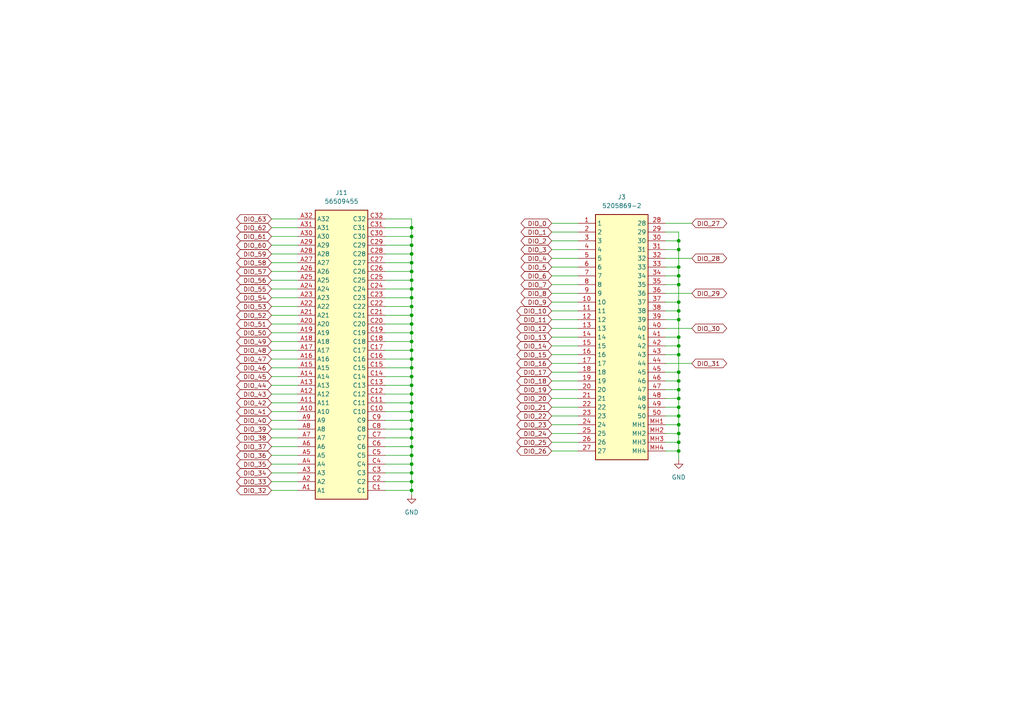
<source format=kicad_sch>
(kicad_sch (version 20231120) (generator "eeschema") (generator_version "8.0")
  (paper "A4")
  (lib_symbols
    (symbol "09031646922:09031646922"
      (property "Reference" "J" (at 21.59 7.62 0))
      (property "Value" "09031646922" (at 21.59 5.08 0))
      (symbol "09031646922_1_1"
        (rectangle (start 5.08 2.54) (end 20.32 -81.28) (stroke (width 0.254)) (fill (type background)))
        (pin passive line (at 0 -78.74 0) (length 5.08) (name "A1") (number "A1"))
        (pin passive line (at 0 -55.88 0) (length 5.08) (name "A10") (number "A10"))
        (pin passive line (at 0 -53.34 0) (length 5.08) (name "A11") (number "A11"))
        (pin passive line (at 0 -50.8 0) (length 5.08) (name "A12") (number "A12"))
        (pin passive line (at 0 -48.26 0) (length 5.08) (name "A13") (number "A13"))
        (pin passive line (at 0 -45.72 0) (length 5.08) (name "A14") (number "A14"))
        (pin passive line (at 0 -43.18 0) (length 5.08) (name "A15") (number "A15"))
        (pin passive line (at 0 -40.64 0) (length 5.08) (name "A16") (number "A16"))
        (pin passive line (at 0 -38.1 0) (length 5.08) (name "A17") (number "A17"))
        (pin passive line (at 0 -35.56 0) (length 5.08) (name "A18") (number "A18"))
        (pin passive line (at 0 -33.02 0) (length 5.08) (name "A19") (number "A19"))
        (pin passive line (at 0 -76.2 0) (length 5.08) (name "A2") (number "A2"))
        (pin passive line (at 0 -30.48 0) (length 5.08) (name "A20") (number "A20"))
        (pin passive line (at 0 -27.94 0) (length 5.08) (name "A21") (number "A21"))
        (pin passive line (at 0 -25.4 0) (length 5.08) (name "A22") (number "A22"))
        (pin passive line (at 0 -22.86 0) (length 5.08) (name "A23") (number "A23"))
        (pin passive line (at 0 -20.32 0) (length 5.08) (name "A24") (number "A24"))
        (pin passive line (at 0 -17.78 0) (length 5.08) (name "A25") (number "A25"))
        (pin passive line (at 0 -15.24 0) (length 5.08) (name "A26") (number "A26"))
        (pin passive line (at 0 -12.7 0) (length 5.08) (name "A27") (number "A27"))
        (pin passive line (at 0 -10.16 0) (length 5.08) (name "A28") (number "A28"))
        (pin passive line (at 0 -7.62 0) (length 5.08) (name "A29") (number "A29"))
        (pin passive line (at 0 -73.66 0) (length 5.08) (name "A3") (number "A3"))
        (pin passive line (at 0 -5.08 0) (length 5.08) (name "A30") (number "A30"))
        (pin passive line (at 0 -2.54 0) (length 5.08) (name "A31") (number "A31"))
        (pin passive line (at 0 0 0) (length 5.08) (name "A32") (number "A32"))
        (pin passive line (at 0 -71.12 0) (length 5.08) (name "A4") (number "A4"))
        (pin passive line (at 0 -68.58 0) (length 5.08) (name "A5") (number "A5"))
        (pin passive line (at 0 -66.04 0) (length 5.08) (name "A6") (number "A6"))
        (pin passive line (at 0 -63.5 0) (length 5.08) (name "A7") (number "A7"))
        (pin passive line (at 0 -60.96 0) (length 5.08) (name "A8") (number "A8"))
        (pin passive line (at 0 -58.42 0) (length 5.08) (name "A9") (number "A9"))
        (pin passive line (at 25.4 -78.74 180) (length 5.08) (name "C1") (number "C1"))
        (pin passive line (at 25.4 -55.88 180) (length 5.08) (name "C10") (number "C10"))
        (pin passive line (at 25.4 -53.34 180) (length 5.08) (name "C11") (number "C11"))
        (pin passive line (at 25.4 -50.8 180) (length 5.08) (name "C12") (number "C12"))
        (pin passive line (at 25.4 -48.26 180) (length 5.08) (name "C13") (number "C13"))
        (pin passive line (at 25.4 -45.72 180) (length 5.08) (name "C14") (number "C14"))
        (pin passive line (at 25.4 -43.18 180) (length 5.08) (name "C15") (number "C15"))
        (pin passive line (at 25.4 -40.64 180) (length 5.08) (name "C16") (number "C16"))
        (pin passive line (at 25.4 -38.1 180) (length 5.08) (name "C17") (number "C17"))
        (pin passive line (at 25.4 -35.56 180) (length 5.08) (name "C18") (number "C18"))
        (pin passive line (at 25.4 -33.02 180) (length 5.08) (name "C19") (number "C19"))
        (pin passive line (at 25.4 -76.2 180) (length 5.08) (name "C2") (number "C2"))
        (pin passive line (at 25.4 -30.48 180) (length 5.08) (name "C20") (number "C20"))
        (pin passive line (at 25.4 -27.94 180) (length 5.08) (name "C21") (number "C21"))
        (pin passive line (at 25.4 -25.4 180) (length 5.08) (name "C22") (number "C22"))
        (pin passive line (at 25.4 -22.86 180) (length 5.08) (name "C23") (number "C23"))
        (pin passive line (at 25.4 -20.32 180) (length 5.08) (name "C24") (number "C24"))
        (pin passive line (at 25.4 -17.78 180) (length 5.08) (name "C25") (number "C25"))
        (pin passive line (at 25.4 -15.24 180) (length 5.08) (name "C26") (number "C26"))
        (pin passive line (at 25.4 -12.7 180) (length 5.08) (name "C27") (number "C27"))
        (pin passive line (at 25.4 -10.16 180) (length 5.08) (name "C28") (number "C28"))
        (pin passive line (at 25.4 -7.62 180) (length 5.08) (name "C29") (number "C29"))
        (pin passive line (at 25.4 -73.66 180) (length 5.08) (name "C3") (number "C3"))
        (pin passive line (at 25.4 -5.08 180) (length 5.08) (name "C30") (number "C30"))
        (pin passive line (at 25.4 -2.54 180) (length 5.08) (name "C31") (number "C31"))
        (pin passive line (at 25.4 0 180) (length 5.08) (name "C32") (number "C32"))
        (pin passive line (at 25.4 -71.12 180) (length 5.08) (name "C4") (number "C4"))
        (pin passive line (at 25.4 -68.58 180) (length 5.08) (name "C5") (number "C5"))
        (pin passive line (at 25.4 -66.04 180) (length 5.08) (name "C6") (number "C6"))
        (pin passive line (at 25.4 -63.5 180) (length 5.08) (name "C7") (number "C7"))
        (pin passive line (at 25.4 -60.96 180) (length 5.08) (name "C8") (number "C8"))
        (pin passive line (at 25.4 -58.42 180) (length 5.08) (name "C9") (number "C9"))
      )
    )
    (symbol "5205869-2:5205869-2"
      (property "Reference" "J" (at 21.59 7.62 0))
      (property "Value" "5205869-2" (at 21.59 5.08 0))
      (symbol "5205869-2_1_1"
        (rectangle (start 5.08 2.54) (end 20.32 -68.58) (stroke (width 0.254)) (fill (type background)))
        (pin passive line (at 0 0 0) (length 5.08) (name "1") (number "1"))
        (pin passive line (at 0 -22.86 0) (length 5.08) (name "10") (number "10"))
        (pin passive line (at 0 -25.4 0) (length 5.08) (name "11") (number "11"))
        (pin passive line (at 0 -27.94 0) (length 5.08) (name "12") (number "12"))
        (pin passive line (at 0 -30.48 0) (length 5.08) (name "13") (number "13"))
        (pin passive line (at 0 -33.02 0) (length 5.08) (name "14") (number "14"))
        (pin passive line (at 0 -35.56 0) (length 5.08) (name "15") (number "15"))
        (pin passive line (at 0 -38.1 0) (length 5.08) (name "16") (number "16"))
        (pin passive line (at 0 -40.64 0) (length 5.08) (name "17") (number "17"))
        (pin passive line (at 0 -43.18 0) (length 5.08) (name "18") (number "18"))
        (pin passive line (at 0 -45.72 0) (length 5.08) (name "19") (number "19"))
        (pin passive line (at 0 -2.54 0) (length 5.08) (name "2") (number "2"))
        (pin passive line (at 0 -48.26 0) (length 5.08) (name "20") (number "20"))
        (pin passive line (at 0 -50.8 0) (length 5.08) (name "21") (number "21"))
        (pin passive line (at 0 -53.34 0) (length 5.08) (name "22") (number "22"))
        (pin passive line (at 0 -55.88 0) (length 5.08) (name "23") (number "23"))
        (pin passive line (at 0 -58.42 0) (length 5.08) (name "24") (number "24"))
        (pin passive line (at 0 -60.96 0) (length 5.08) (name "25") (number "25"))
        (pin passive line (at 0 -63.5 0) (length 5.08) (name "26") (number "26"))
        (pin passive line (at 0 -66.04 0) (length 5.08) (name "27") (number "27"))
        (pin passive line (at 25.4 0 180) (length 5.08) (name "28") (number "28"))
        (pin passive line (at 25.4 -2.54 180) (length 5.08) (name "29") (number "29"))
        (pin passive line (at 0 -5.08 0) (length 5.08) (name "3") (number "3"))
        (pin passive line (at 25.4 -5.08 180) (length 5.08) (name "30") (number "30"))
        (pin passive line (at 25.4 -7.62 180) (length 5.08) (name "31") (number "31"))
        (pin passive line (at 25.4 -10.16 180) (length 5.08) (name "32") (number "32"))
        (pin passive line (at 25.4 -12.7 180) (length 5.08) (name "33") (number "33"))
        (pin passive line (at 25.4 -15.24 180) (length 5.08) (name "34") (number "34"))
        (pin passive line (at 25.4 -17.78 180) (length 5.08) (name "35") (number "35"))
        (pin passive line (at 25.4 -20.32 180) (length 5.08) (name "36") (number "36"))
        (pin passive line (at 25.4 -22.86 180) (length 5.08) (name "37") (number "37"))
        (pin passive line (at 25.4 -25.4 180) (length 5.08) (name "38") (number "38"))
        (pin passive line (at 25.4 -27.94 180) (length 5.08) (name "39") (number "39"))
        (pin passive line (at 0 -7.62 0) (length 5.08) (name "4") (number "4"))
        (pin passive line (at 25.4 -30.48 180) (length 5.08) (name "40") (number "40"))
        (pin passive line (at 25.4 -33.02 180) (length 5.08) (name "41") (number "41"))
        (pin passive line (at 25.4 -35.56 180) (length 5.08) (name "42") (number "42"))
        (pin passive line (at 25.4 -38.1 180) (length 5.08) (name "43") (number "43"))
        (pin passive line (at 25.4 -40.64 180) (length 5.08) (name "44") (number "44"))
        (pin passive line (at 25.4 -43.18 180) (length 5.08) (name "45") (number "45"))
        (pin passive line (at 25.4 -45.72 180) (length 5.08) (name "46") (number "46"))
        (pin passive line (at 25.4 -48.26 180) (length 5.08) (name "47") (number "47"))
        (pin passive line (at 25.4 -50.8 180) (length 5.08) (name "48") (number "48"))
        (pin passive line (at 25.4 -53.34 180) (length 5.08) (name "49") (number "49"))
        (pin passive line (at 0 -10.16 0) (length 5.08) (name "5") (number "5"))
        (pin passive line (at 25.4 -55.88 180) (length 5.08) (name "50") (number "50"))
        (pin passive line (at 0 -12.7 0) (length 5.08) (name "6") (number "6"))
        (pin passive line (at 0 -15.24 0) (length 5.08) (name "7") (number "7"))
        (pin passive line (at 0 -17.78 0) (length 5.08) (name "8") (number "8"))
        (pin passive line (at 0 -20.32 0) (length 5.08) (name "9") (number "9"))
        (pin passive line (at 25.4 -58.42 180) (length 5.08) (name "MH1") (number "MH1"))
        (pin passive line (at 25.4 -60.96 180) (length 5.08) (name "MH2") (number "MH2"))
        (pin passive line (at 25.4 -63.5 180) (length 5.08) (name "MH3") (number "MH3"))
        (pin passive line (at 25.4 -66.04 180) (length 5.08) (name "MH4") (number "MH4"))
      )
    )
    (symbol "power:GND" (power) (pin_names (offset 0))
      (property "Value" "GND" (at 0 -3.81 0))
      (symbol "GND_0_1"
        (polyline (pts (xy 0 0) (xy 0 -1.27) (xy 1.27 -1.27) (xy 0 -2.54) (xy -1.27 -1.27) (xy 0 -1.27)))
      )
      (symbol "GND_1_1"
        (pin power_in line (at 0 0 270) (length 0) hide (name "GND") (number "1"))
      )
    )
  )
  (junction (at 196.85 72.39))
  (junction (at 196.85 118.11))
  (junction (at 196.85 87.63))
  (junction (at 119.38 109.22))
  (junction (at 119.38 132.08))
  (junction (at 119.38 129.54))
  (junction (at 119.38 101.6))
  (junction (at 196.85 90.17))
  (junction (at 119.38 119.38))
  (junction (at 119.38 66.04))
  (junction (at 119.38 106.68))
  (junction (at 119.38 86.36))
  (junction (at 119.38 99.06))
  (junction (at 196.85 107.95))
  (junction (at 119.38 121.92))
  (junction (at 119.38 111.76))
  (junction (at 119.38 81.28))
  (junction (at 196.85 130.81))
  (junction (at 119.38 142.24))
  (junction (at 196.85 125.73))
  (junction (at 196.85 110.49))
  (junction (at 196.85 82.55))
  (junction (at 119.38 93.98))
  (junction (at 196.85 115.57))
  (junction (at 196.85 77.47))
  (junction (at 119.38 78.74))
  (junction (at 119.38 124.46))
  (junction (at 196.85 97.79))
  (junction (at 196.85 113.03))
  (junction (at 196.85 69.85))
  (junction (at 119.38 88.9))
  (junction (at 119.38 96.52))
  (junction (at 196.85 128.27))
  (junction (at 196.85 100.33))
  (junction (at 196.85 102.87))
  (junction (at 119.38 91.44))
  (junction (at 196.85 92.71))
  (junction (at 119.38 127))
  (junction (at 119.38 83.82))
  (junction (at 119.38 104.14))
  (junction (at 119.38 139.7))
  (junction (at 119.38 73.66))
  (junction (at 119.38 71.12))
  (junction (at 119.38 68.58))
  (junction (at 196.85 80.01))
  (junction (at 196.85 123.19))
  (junction (at 119.38 114.3))
  (junction (at 119.38 116.84))
  (junction (at 119.38 137.16))
  (junction (at 119.38 76.2))
  (junction (at 196.85 120.65))
  (junction (at 119.38 134.62))
  (wire (pts (xy 196.85 69.85) (xy 196.85 72.39)))
  (wire (pts (xy 111.76 109.22) (xy 119.38 109.22)))
  (wire (pts (xy 111.76 63.5) (xy 119.38 63.5)))
  (wire (pts (xy 160.02 113.03) (xy 167.64 113.03)))
  (wire (pts (xy 193.04 87.63) (xy 196.85 87.63)))
  (wire (pts (xy 196.85 128.27) (xy 196.85 130.81)))
  (wire (pts (xy 111.76 93.98) (xy 119.38 93.98)))
  (wire (pts (xy 111.76 78.74) (xy 119.38 78.74)))
  (wire (pts (xy 160.02 82.55) (xy 167.64 82.55)))
  (wire (pts (xy 111.76 132.08) (xy 119.38 132.08)))
  (wire (pts (xy 193.04 97.79) (xy 196.85 97.79)))
  (wire (pts (xy 160.02 102.87) (xy 167.64 102.87)))
  (wire (pts (xy 111.76 129.54) (xy 119.38 129.54)))
  (wire (pts (xy 119.38 114.3) (xy 119.38 116.84)))
  (wire (pts (xy 119.38 124.46) (xy 119.38 127)))
  (wire (pts (xy 196.85 82.55) (xy 196.85 87.63)))
  (wire (pts (xy 78.74 78.74) (xy 86.36 78.74)))
  (wire (pts (xy 119.38 106.68) (xy 119.38 109.22)))
  (wire (pts (xy 193.04 120.65) (xy 196.85 120.65)))
  (wire (pts (xy 119.38 73.66) (xy 119.38 76.2)))
  (wire (pts (xy 78.74 106.68) (xy 86.36 106.68)))
  (wire (pts (xy 160.02 125.73) (xy 167.64 125.73)))
  (wire (pts (xy 196.85 72.39) (xy 196.85 77.47)))
  (wire (pts (xy 119.38 134.62) (xy 119.38 137.16)))
  (wire (pts (xy 193.04 130.81) (xy 196.85 130.81)))
  (wire (pts (xy 160.02 123.19) (xy 167.64 123.19)))
  (wire (pts (xy 78.74 73.66) (xy 86.36 73.66)))
  (wire (pts (xy 111.76 99.06) (xy 119.38 99.06)))
  (wire (pts (xy 160.02 100.33) (xy 167.64 100.33)))
  (wire (pts (xy 78.74 83.82) (xy 86.36 83.82)))
  (wire (pts (xy 78.74 127) (xy 86.36 127)))
  (wire (pts (xy 119.38 104.14) (xy 119.38 106.68)))
  (wire (pts (xy 78.74 132.08) (xy 86.36 132.08)))
  (wire (pts (xy 78.74 114.3) (xy 86.36 114.3)))
  (wire (pts (xy 119.38 119.38) (xy 119.38 121.92)))
  (wire (pts (xy 119.38 86.36) (xy 119.38 88.9)))
  (wire (pts (xy 119.38 127) (xy 119.38 129.54)))
  (wire (pts (xy 78.74 66.04) (xy 86.36 66.04)))
  (wire (pts (xy 78.74 93.98) (xy 86.36 93.98)))
  (wire (pts (xy 196.85 77.47) (xy 196.85 80.01)))
  (wire (pts (xy 119.38 121.92) (xy 119.38 124.46)))
  (wire (pts (xy 119.38 111.76) (xy 119.38 114.3)))
  (wire (pts (xy 119.38 71.12) (xy 119.38 73.66)))
  (wire (pts (xy 78.74 91.44) (xy 86.36 91.44)))
  (wire (pts (xy 119.38 142.24) (xy 119.38 143.51)))
  (wire (pts (xy 196.85 130.81) (xy 196.85 133.35)))
  (wire (pts (xy 196.85 67.31) (xy 193.04 67.31)))
  (wire (pts (xy 193.04 105.41) (xy 200.66 105.41)))
  (wire (pts (xy 111.76 96.52) (xy 119.38 96.52)))
  (wire (pts (xy 196.85 123.19) (xy 196.85 125.73)))
  (wire (pts (xy 160.02 74.93) (xy 167.64 74.93)))
  (wire (pts (xy 78.74 116.84) (xy 86.36 116.84)))
  (wire (pts (xy 160.02 128.27) (xy 167.64 128.27)))
  (wire (pts (xy 119.38 99.06) (xy 119.38 101.6)))
  (wire (pts (xy 111.76 68.58) (xy 119.38 68.58)))
  (wire (pts (xy 193.04 72.39) (xy 196.85 72.39)))
  (wire (pts (xy 119.38 139.7) (xy 119.38 142.24)))
  (wire (pts (xy 78.74 124.46) (xy 86.36 124.46)))
  (wire (pts (xy 196.85 107.95) (xy 196.85 110.49)))
  (wire (pts (xy 111.76 134.62) (xy 119.38 134.62)))
  (wire (pts (xy 193.04 102.87) (xy 196.85 102.87)))
  (wire (pts (xy 193.04 113.03) (xy 196.85 113.03)))
  (wire (pts (xy 111.76 111.76) (xy 119.38 111.76)))
  (wire (pts (xy 119.38 91.44) (xy 119.38 93.98)))
  (wire (pts (xy 200.66 64.77) (xy 193.04 64.77)))
  (wire (pts (xy 78.74 68.58) (xy 86.36 68.58)))
  (wire (pts (xy 78.74 104.14) (xy 86.36 104.14)))
  (wire (pts (xy 111.76 83.82) (xy 119.38 83.82)))
  (wire (pts (xy 78.74 142.24) (xy 86.36 142.24)))
  (wire (pts (xy 78.74 81.28) (xy 86.36 81.28)))
  (wire (pts (xy 160.02 72.39) (xy 167.64 72.39)))
  (wire (pts (xy 78.74 86.36) (xy 86.36 86.36)))
  (wire (pts (xy 119.38 116.84) (xy 119.38 119.38)))
  (wire (pts (xy 196.85 118.11) (xy 196.85 120.65)))
  (wire (pts (xy 193.04 115.57) (xy 196.85 115.57)))
  (wire (pts (xy 160.02 118.11) (xy 167.64 118.11)))
  (wire (pts (xy 111.76 142.24) (xy 119.38 142.24)))
  (wire (pts (xy 196.85 87.63) (xy 196.85 90.17)))
  (wire (pts (xy 160.02 64.77) (xy 167.64 64.77)))
  (wire (pts (xy 111.76 86.36) (xy 119.38 86.36)))
  (wire (pts (xy 193.04 107.95) (xy 196.85 107.95)))
  (wire (pts (xy 160.02 95.25) (xy 167.64 95.25)))
  (wire (pts (xy 78.74 111.76) (xy 86.36 111.76)))
  (wire (pts (xy 193.04 90.17) (xy 196.85 90.17)))
  (wire (pts (xy 193.04 77.47) (xy 196.85 77.47)))
  (wire (pts (xy 111.76 81.28) (xy 119.38 81.28)))
  (wire (pts (xy 160.02 97.79) (xy 167.64 97.79)))
  (wire (pts (xy 119.38 132.08) (xy 119.38 134.62)))
  (wire (pts (xy 193.04 92.71) (xy 196.85 92.71)))
  (wire (pts (xy 111.76 121.92) (xy 119.38 121.92)))
  (wire (pts (xy 78.74 76.2) (xy 86.36 76.2)))
  (wire (pts (xy 193.04 80.01) (xy 196.85 80.01)))
  (wire (pts (xy 111.76 66.04) (xy 119.38 66.04)))
  (wire (pts (xy 119.38 137.16) (xy 119.38 139.7)))
  (wire (pts (xy 193.04 74.93) (xy 200.66 74.93)))
  (wire (pts (xy 119.38 76.2) (xy 119.38 78.74)))
  (wire (pts (xy 78.74 137.16) (xy 86.36 137.16)))
  (wire (pts (xy 160.02 87.63) (xy 167.64 87.63)))
  (wire (pts (xy 193.04 69.85) (xy 196.85 69.85)))
  (wire (pts (xy 193.04 85.09) (xy 200.66 85.09)))
  (wire (pts (xy 160.02 90.17) (xy 167.64 90.17)))
  (wire (pts (xy 193.04 123.19) (xy 196.85 123.19)))
  (wire (pts (xy 160.02 67.31) (xy 167.64 67.31)))
  (wire (pts (xy 193.04 82.55) (xy 196.85 82.55)))
  (wire (pts (xy 111.76 76.2) (xy 119.38 76.2)))
  (wire (pts (xy 78.74 119.38) (xy 86.36 119.38)))
  (wire (pts (xy 196.85 113.03) (xy 196.85 115.57)))
  (wire (pts (xy 196.85 120.65) (xy 196.85 123.19)))
  (wire (pts (xy 78.74 101.6) (xy 86.36 101.6)))
  (wire (pts (xy 160.02 77.47) (xy 167.64 77.47)))
  (wire (pts (xy 119.38 83.82) (xy 119.38 86.36)))
  (wire (pts (xy 111.76 101.6) (xy 119.38 101.6)))
  (wire (pts (xy 193.04 128.27) (xy 196.85 128.27)))
  (wire (pts (xy 78.74 139.7) (xy 86.36 139.7)))
  (wire (pts (xy 160.02 69.85) (xy 167.64 69.85)))
  (wire (pts (xy 160.02 115.57) (xy 167.64 115.57)))
  (wire (pts (xy 78.74 96.52) (xy 86.36 96.52)))
  (wire (pts (xy 119.38 93.98) (xy 119.38 96.52)))
  (wire (pts (xy 111.76 106.68) (xy 119.38 106.68)))
  (wire (pts (xy 119.38 101.6) (xy 119.38 104.14)))
  (wire (pts (xy 111.76 91.44) (xy 119.38 91.44)))
  (wire (pts (xy 119.38 88.9) (xy 119.38 91.44)))
  (wire (pts (xy 196.85 97.79) (xy 196.85 100.33)))
  (wire (pts (xy 111.76 114.3) (xy 119.38 114.3)))
  (wire (pts (xy 111.76 88.9) (xy 119.38 88.9)))
  (wire (pts (xy 196.85 125.73) (xy 196.85 128.27)))
  (wire (pts (xy 160.02 110.49) (xy 167.64 110.49)))
  (wire (pts (xy 193.04 110.49) (xy 196.85 110.49)))
  (wire (pts (xy 119.38 63.5) (xy 119.38 66.04)))
  (wire (pts (xy 160.02 120.65) (xy 167.64 120.65)))
  (wire (pts (xy 196.85 90.17) (xy 196.85 92.71)))
  (wire (pts (xy 111.76 104.14) (xy 119.38 104.14)))
  (wire (pts (xy 78.74 88.9) (xy 86.36 88.9)))
  (wire (pts (xy 193.04 100.33) (xy 196.85 100.33)))
  (wire (pts (xy 78.74 129.54) (xy 86.36 129.54)))
  (wire (pts (xy 160.02 92.71) (xy 167.64 92.71)))
  (wire (pts (xy 196.85 92.71) (xy 196.85 97.79)))
  (wire (pts (xy 196.85 80.01) (xy 196.85 82.55)))
  (wire (pts (xy 111.76 124.46) (xy 119.38 124.46)))
  (wire (pts (xy 119.38 78.74) (xy 119.38 81.28)))
  (wire (pts (xy 111.76 127) (xy 119.38 127)))
  (wire (pts (xy 119.38 81.28) (xy 119.38 83.82)))
  (wire (pts (xy 196.85 100.33) (xy 196.85 102.87)))
  (wire (pts (xy 160.02 80.01) (xy 167.64 80.01)))
  (wire (pts (xy 119.38 68.58) (xy 119.38 71.12)))
  (wire (pts (xy 111.76 119.38) (xy 119.38 119.38)))
  (wire (pts (xy 196.85 115.57) (xy 196.85 118.11)))
  (wire (pts (xy 196.85 67.31) (xy 196.85 69.85)))
  (wire (pts (xy 78.74 99.06) (xy 86.36 99.06)))
  (wire (pts (xy 111.76 71.12) (xy 119.38 71.12)))
  (wire (pts (xy 111.76 139.7) (xy 119.38 139.7)))
  (wire (pts (xy 119.38 66.04) (xy 119.38 68.58)))
  (wire (pts (xy 196.85 110.49) (xy 196.85 113.03)))
  (wire (pts (xy 160.02 130.81) (xy 167.64 130.81)))
  (wire (pts (xy 78.74 134.62) (xy 86.36 134.62)))
  (wire (pts (xy 193.04 95.25) (xy 200.66 95.25)))
  (wire (pts (xy 160.02 85.09) (xy 167.64 85.09)))
  (wire (pts (xy 111.76 116.84) (xy 119.38 116.84)))
  (wire (pts (xy 193.04 118.11) (xy 196.85 118.11)))
  (wire (pts (xy 78.74 63.5) (xy 86.36 63.5)))
  (wire (pts (xy 119.38 96.52) (xy 119.38 99.06)))
  (wire (pts (xy 119.38 109.22) (xy 119.38 111.76)))
  (wire (pts (xy 78.74 109.22) (xy 86.36 109.22)))
  (wire (pts (xy 78.74 121.92) (xy 86.36 121.92)))
  (wire (pts (xy 111.76 137.16) (xy 119.38 137.16)))
  (wire (pts (xy 111.76 73.66) (xy 119.38 73.66)))
  (wire (pts (xy 196.85 102.87) (xy 196.85 107.95)))
  (wire (pts (xy 78.74 71.12) (xy 86.36 71.12)))
  (wire (pts (xy 193.04 125.73) (xy 196.85 125.73)))
  (wire (pts (xy 119.38 129.54) (xy 119.38 132.08)))
  (wire (pts (xy 160.02 105.41) (xy 167.64 105.41)))
  (wire (pts (xy 160.02 107.95) (xy 167.64 107.95)))
  (global_label "DIO_43" (shape bidirectional) (at 78.74 114.3 180) (property "Intersheetrefs" "${INTERSHEET_REFS}" (effects (hide yes))))
  (global_label "DIO_14" (shape bidirectional) (at 160.02 100.33 180) (property "Intersheetrefs" "${INTERSHEET_REFS}" (effects (hide yes))))
  (global_label "DIO_6" (shape bidirectional) (at 160.02 80.01 180) (property "Intersheetrefs" "${INTERSHEET_REFS}" (effects (hide yes))))
  (global_label "DIO_36" (shape bidirectional) (at 78.74 132.08 180) (property "Intersheetrefs" "${INTERSHEET_REFS}" (effects (hide yes))))
  (global_label "DIO_58" (shape bidirectional) (at 78.74 76.2 180) (property "Intersheetrefs" "${INTERSHEET_REFS}" (effects (hide yes))))
  (global_label "DIO_51" (shape bidirectional) (at 78.74 93.98 180) (property "Intersheetrefs" "${INTERSHEET_REFS}" (effects (hide yes))))
  (global_label "DIO_2" (shape bidirectional) (at 160.02 69.85 180) (property "Intersheetrefs" "${INTERSHEET_REFS}" (effects (hide yes))))
  (global_label "DIO_55" (shape bidirectional) (at 78.74 83.82 180) (property "Intersheetrefs" "${INTERSHEET_REFS}" (effects (hide yes))))
  (global_label "DIO_0" (shape bidirectional) (at 160.02 64.77 180) (property "Intersheetrefs" "${INTERSHEET_REFS}" (effects (hide yes))))
  (global_label "DIO_35" (shape bidirectional) (at 78.74 134.62 180) (property "Intersheetrefs" "${INTERSHEET_REFS}" (effects (hide yes))))
  (global_label "DIO_41" (shape bidirectional) (at 78.74 119.38 180) (property "Intersheetrefs" "${INTERSHEET_REFS}" (effects (hide yes))))
  (global_label "DIO_59" (shape bidirectional) (at 78.74 73.66 180) (property "Intersheetrefs" "${INTERSHEET_REFS}" (effects (hide yes))))
  (global_label "DIO_19" (shape bidirectional) (at 160.02 113.03 180) (property "Intersheetrefs" "${INTERSHEET_REFS}" (effects (hide yes))))
  (global_label "DIO_11" (shape bidirectional) (at 160.02 92.71 180) (property "Intersheetrefs" "${INTERSHEET_REFS}" (effects (hide yes))))
  (global_label "DIO_21" (shape bidirectional) (at 160.02 118.11 180) (property "Intersheetrefs" "${INTERSHEET_REFS}" (effects (hide yes))))
  (global_label "DIO_15" (shape bidirectional) (at 160.02 102.87 180) (property "Intersheetrefs" "${INTERSHEET_REFS}" (effects (hide yes))))
  (global_label "DIO_27" (shape bidirectional) (at 200.66 64.77 0) (property "Intersheetrefs" "${INTERSHEET_REFS}" (effects (hide yes))))
  (global_label "DIO_18" (shape bidirectional) (at 160.02 110.49 180) (property "Intersheetrefs" "${INTERSHEET_REFS}" (effects (hide yes))))
  (global_label "DIO_13" (shape bidirectional) (at 160.02 97.79 180) (property "Intersheetrefs" "${INTERSHEET_REFS}" (effects (hide yes))))
  (global_label "DIO_26" (shape bidirectional) (at 160.02 130.81 180) (property "Intersheetrefs" "${INTERSHEET_REFS}" (effects (hide yes))))
  (global_label "DIO_48" (shape bidirectional) (at 78.74 101.6 180) (property "Intersheetrefs" "${INTERSHEET_REFS}" (effects (hide yes))))
  (global_label "DIO_17" (shape bidirectional) (at 160.02 107.95 180) (property "Intersheetrefs" "${INTERSHEET_REFS}" (effects (hide yes))))
  (global_label "DIO_56" (shape bidirectional) (at 78.74 81.28 180) (property "Intersheetrefs" "${INTERSHEET_REFS}" (effects (hide yes))))
  (global_label "DIO_62" (shape bidirectional) (at 78.74 66.04 180) (property "Intersheetrefs" "${INTERSHEET_REFS}" (effects (hide yes))))
  (global_label "DIO_46" (shape bidirectional) (at 78.74 106.68 180) (property "Intersheetrefs" "${INTERSHEET_REFS}" (effects (hide yes))))
  (global_label "DIO_29" (shape bidirectional) (at 200.66 85.09 0) (property "Intersheetrefs" "${INTERSHEET_REFS}" (effects (hide yes))))
  (global_label "DIO_3" (shape bidirectional) (at 160.02 72.39 180) (property "Intersheetrefs" "${INTERSHEET_REFS}" (effects (hide yes))))
  (global_label "DIO_34" (shape bidirectional) (at 78.74 137.16 180) (property "Intersheetrefs" "${INTERSHEET_REFS}" (effects (hide yes))))
  (global_label "DIO_47" (shape bidirectional) (at 78.74 104.14 180) (property "Intersheetrefs" "${INTERSHEET_REFS}" (effects (hide yes))))
  (global_label "DIO_60" (shape bidirectional) (at 78.74 71.12 180) (property "Intersheetrefs" "${INTERSHEET_REFS}" (effects (hide yes))))
  (global_label "DIO_37" (shape bidirectional) (at 78.74 129.54 180) (property "Intersheetrefs" "${INTERSHEET_REFS}" (effects (hide yes))))
  (global_label "DIO_52" (shape bidirectional) (at 78.74 91.44 180) (property "Intersheetrefs" "${INTERSHEET_REFS}" (effects (hide yes))))
  (global_label "DIO_42" (shape bidirectional) (at 78.74 116.84 180) (property "Intersheetrefs" "${INTERSHEET_REFS}" (effects (hide yes))))
  (global_label "DIO_23" (shape bidirectional) (at 160.02 123.19 180) (property "Intersheetrefs" "${INTERSHEET_REFS}" (effects (hide yes))))
  (global_label "DIO_5" (shape bidirectional) (at 160.02 77.47 180) (property "Intersheetrefs" "${INTERSHEET_REFS}" (effects (hide yes))))
  (global_label "DIO_24" (shape bidirectional) (at 160.02 125.73 180) (property "Intersheetrefs" "${INTERSHEET_REFS}" (effects (hide yes))))
  (global_label "DIO_49" (shape bidirectional) (at 78.74 99.06 180) (property "Intersheetrefs" "${INTERSHEET_REFS}" (effects (hide yes))))
  (global_label "DIO_44" (shape bidirectional) (at 78.74 111.76 180) (property "Intersheetrefs" "${INTERSHEET_REFS}" (effects (hide yes))))
  (global_label "DIO_33" (shape bidirectional) (at 78.74 139.7 180) (property "Intersheetrefs" "${INTERSHEET_REFS}" (effects (hide yes))))
  (global_label "DIO_40" (shape bidirectional) (at 78.74 121.92 180) (property "Intersheetrefs" "${INTERSHEET_REFS}" (effects (hide yes))))
  (global_label "DIO_16" (shape bidirectional) (at 160.02 105.41 180) (property "Intersheetrefs" "${INTERSHEET_REFS}" (effects (hide yes))))
  (global_label "DIO_30" (shape bidirectional) (at 200.66 95.25 0) (property "Intersheetrefs" "${INTERSHEET_REFS}" (effects (hide yes))))
  (global_label "DIO_39" (shape bidirectional) (at 78.74 124.46 180) (property "Intersheetrefs" "${INTERSHEET_REFS}" (effects (hide yes))))
  (global_label "DIO_7" (shape bidirectional) (at 160.02 82.55 180) (property "Intersheetrefs" "${INTERSHEET_REFS}" (effects (hide yes))))
  (global_label "DIO_31" (shape bidirectional) (at 200.66 105.41 0) (property "Intersheetrefs" "${INTERSHEET_REFS}" (effects (hide yes))))
  (global_label "DIO_20" (shape bidirectional) (at 160.02 115.57 180) (property "Intersheetrefs" "${INTERSHEET_REFS}" (effects (hide yes))))
  (global_label "DIO_1" (shape bidirectional) (at 160.02 67.31 180) (property "Intersheetrefs" "${INTERSHEET_REFS}" (effects (hide yes))))
  (global_label "DIO_38" (shape bidirectional) (at 78.74 127 180) (property "Intersheetrefs" "${INTERSHEET_REFS}" (effects (hide yes))))
  (global_label "DIO_9" (shape bidirectional) (at 160.02 87.63 180) (property "Intersheetrefs" "${INTERSHEET_REFS}" (effects (hide yes))))
  (global_label "DIO_57" (shape bidirectional) (at 78.74 78.74 180) (property "Intersheetrefs" "${INTERSHEET_REFS}" (effects (hide yes))))
  (global_label "DIO_63" (shape bidirectional) (at 78.74 63.5 180) (property "Intersheetrefs" "${INTERSHEET_REFS}" (effects (hide yes))))
  (global_label "DIO_25" (shape bidirectional) (at 160.02 128.27 180) (property "Intersheetrefs" "${INTERSHEET_REFS}" (effects (hide yes))))
  (global_label "DIO_45" (shape bidirectional) (at 78.74 109.22 180) (property "Intersheetrefs" "${INTERSHEET_REFS}" (effects (hide yes))))
  (global_label "DIO_61" (shape bidirectional) (at 78.74 68.58 180) (property "Intersheetrefs" "${INTERSHEET_REFS}" (effects (hide yes))))
  (global_label "DIO_50" (shape bidirectional) (at 78.74 96.52 180) (property "Intersheetrefs" "${INTERSHEET_REFS}" (effects (hide yes))))
  (global_label "DIO_54" (shape bidirectional) (at 78.74 86.36 180) (property "Intersheetrefs" "${INTERSHEET_REFS}" (effects (hide yes))))
  (global_label "DIO_28" (shape bidirectional) (at 200.66 74.93 0) (property "Intersheetrefs" "${INTERSHEET_REFS}" (effects (hide yes))))
  (global_label "DIO_12" (shape bidirectional) (at 160.02 95.25 180) (property "Intersheetrefs" "${INTERSHEET_REFS}" (effects (hide yes))))
  (global_label "DIO_53" (shape bidirectional) (at 78.74 88.9 180) (property "Intersheetrefs" "${INTERSHEET_REFS}" (effects (hide yes))))
  (global_label "DIO_22" (shape bidirectional) (at 160.02 120.65 180) (property "Intersheetrefs" "${INTERSHEET_REFS}" (effects (hide yes))))
  (global_label "DIO_10" (shape bidirectional) (at 160.02 90.17 180) (property "Intersheetrefs" "${INTERSHEET_REFS}" (effects (hide yes))))
  (global_label "DIO_32" (shape bidirectional) (at 78.74 142.24 180) (property "Intersheetrefs" "${INTERSHEET_REFS}" (effects (hide yes))))
  (global_label "DIO_8" (shape bidirectional) (at 160.02 85.09 180) (property "Intersheetrefs" "${INTERSHEET_REFS}" (effects (hide yes))))
  (global_label "DIO_4" (shape bidirectional) (at 160.02 74.93 180) (property "Intersheetrefs" "${INTERSHEET_REFS}" (effects (hide yes))))
  (symbol (lib_id "09031646922:09031646922") (at 86.36 63.5 0) (unit 1)
    (property "Reference" "J11" (at 99.06 55.88 0))
    (property "Value" "56509455" (at 99.06 58.42 0))
    (property "Footprint" "Connectors_kmh:56509455" (effects (hide yes)))
    (property "Datasheet" "https://b2b.harting.com/files/download/PRD/PDF_DS/PDF_DS_09031200201.pdf" (effects (hide yes)))
    (property "Mouser Part Number" "617-09-03-164-6922" (effects (hide yes)))
    (property "Mouser Price/Stock" "https://www.mouser.co.uk/ProductDetail/HARTING/09031646922?qs=UV5Tb6pF94VtKUzITEf3rQ%3D%3D" (effects (hide yes)))
    (property "Manufacturer_Name" "HARTING" (effects (hide yes)))
    (property "Manufacturer_Part_Number" "09031646922" (effects (hide yes)))
  )
  (symbol (lib_id "power:GND") (at 196.85 133.35 0) (unit 1)
    (property "Reference" "#PWR059" (effects (hide yes)))
    (property "Value" "GND" (at 196.85 138.43 0))
  )
  (symbol (lib_id "power:GND") (at 119.38 143.51 0) (unit 1)
    (property "Reference" "#PWR066" (effects (hide yes)))
    (property "Value" "GND" (at 119.38 148.59 0))
  )
  (symbol (lib_id "5205869-2:5205869-2") (at 167.64 64.77 0) (unit 1)
    (property "Reference" "J3" (at 180.34 57.15 0))
    (property "Value" "5205869-2" (at 180.34 59.69 0))
    (property "Footprint" "Connectors_kmh:52058692" (effects (hide yes)))
    (property "Datasheet" "https://componentsearchengine.com/Datasheets/1/5205869-2.pdf" (effects (hide yes)))
    (property "Description" "Body Features: Connector Profile Standard | Primary Product Color Black | Shell Plating Material Zinc | Configuration Features: Number of Rows 3 | Number of Positions 50 | PCB Mount Orientation Right Angle | Contact Features: Contact Underplating Material Nickel | Contact Base Material Brass | PCB Contact Termination Area Plating Material Tin | Contact Shape & Form Square | Contact Current Rating (Max) 6 AMP | Contact Mating Area Plating Material Thickness 30 MICIN | Contact Mating Area Plating Material Gol" (effects (hide yes)))
    (property "Height" "15.748" (effects (hide yes)))
    (property "Mouser Part Number" "571-5205869-2" (effects (hide yes)))
    (property "Mouser Price/Stock" "https://www.mouser.com/Search/Refine.aspx?Keyword=571-5205869-2" (effects (hide yes)))
    (property "Manufacturer_Name" "TE Connectivity" (effects (hide yes)))
    (property "Manufacturer_Part_Number" "5205869-2" (effects (hide yes)))
  )
)
</source>
